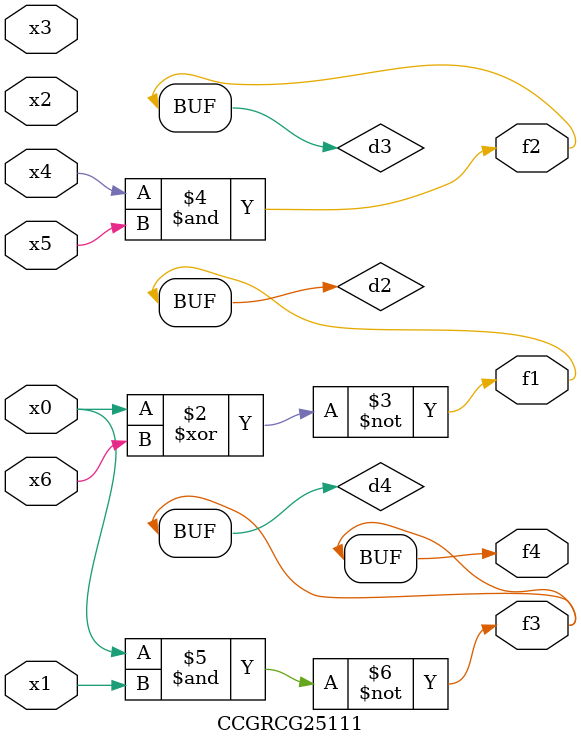
<source format=v>
module CCGRCG25111(
	input x0, x1, x2, x3, x4, x5, x6,
	output f1, f2, f3, f4
);

	wire d1, d2, d3, d4;

	nor (d1, x0);
	xnor (d2, x0, x6);
	and (d3, x4, x5);
	nand (d4, x0, x1);
	assign f1 = d2;
	assign f2 = d3;
	assign f3 = d4;
	assign f4 = d4;
endmodule

</source>
